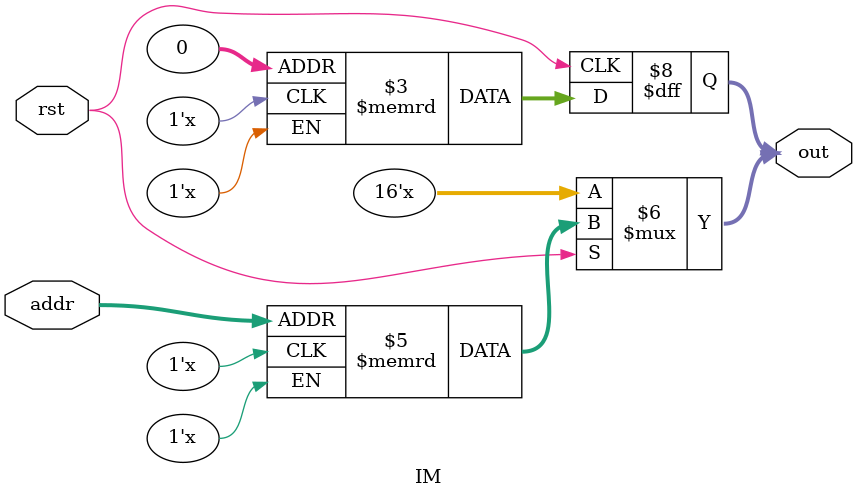
<source format=v>
module IM(
  input [9:0] addr,
  input rst,
  output reg [15:0] out
);

reg [15:0] rom [1023:0]; //1024 de adrese a cate 16 biti fiecare

always @(negedge rst) begin
  if (!rst) begin
    out <= rom[0]; //punem la iesire ce e in memorie la adresa 0
 end
end

always @(*) begin
	 if (rst) begin
		out <= rom[addr]; //punem la iesire ce e in memorie la adresa addr
	 end
end

endmodule

</source>
